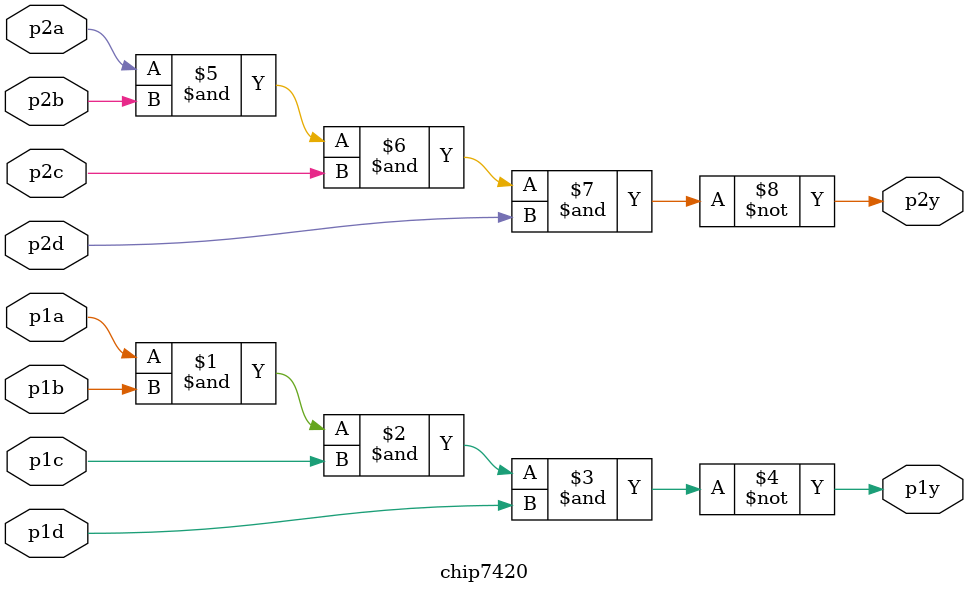
<source format=v>
`timescale 1ns / 1ps


module chip7420(input p1a, p1b, p1c, p1d,
    output p1y,
    input p2a, p2b, p2c, p2d,
    output p2y);
    assign p1y = ~(p1a&p1b&p1c&p1d);
    assign p2y = ~(p2a&p2b&p2c&p2d);
endmodule

</source>
